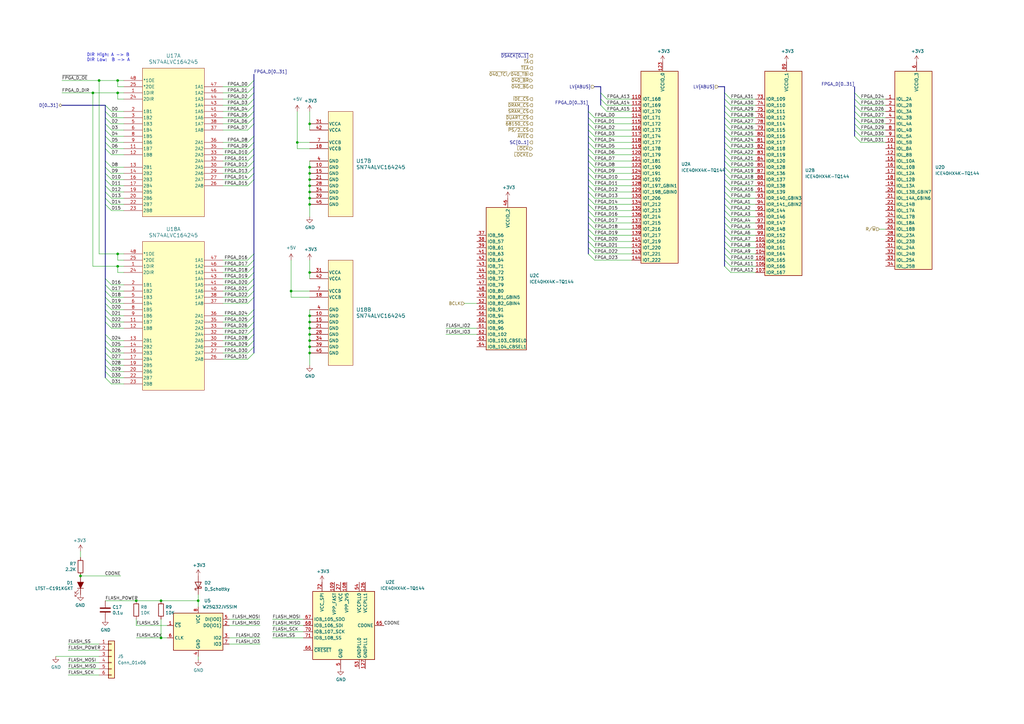
<source format=kicad_sch>
(kicad_sch (version 20230121) (generator eeschema)
  (paper "A3")
  (junction (at 127 144.78))
  (junction (at 127 68.58))
  (junction (at 40.64 33.02))
  (junction (at 127 50.8))
  (junction (at 48.26 104.14))
  (junction (at 127 142.24))
  (junction (at 81.28 246.38))
  (junction (at 127 134.62))
  (junction (at 127 71.12))
  (junction (at 127 139.7))
  (junction (at 127 111.76))
  (junction (at 55.88 246.38))
  (junction (at 127 83.82))
  (junction (at 48.26 33.02))
  (junction (at 33.02 236.22))
  (junction (at 66.04 261.62))
  (junction (at 127 132.08))
  (junction (at 119.38 119.38))
  (junction (at 127 137.16))
  (junction (at 66.04 246.38))
  (junction (at 121.92 58.42))
  (junction (at 127 129.54))
  (junction (at 127 81.28))
  (junction (at 127 76.2))
  (junction (at 48.26 38.1))
  (junction (at 127 78.74))
  (junction (at 48.26 109.22))
  (junction (at 127 73.66))
  (junction (at 38.1 38.1))
  (bus_entry (at 101.6 144.78) (size 2.54 -2.54))
  (bus_entry (at 43.18 124.46) (size 2.54 2.54))
  (bus_entry (at 299.72 81.28) (size -2.54 -2.54))
  (bus_entry (at 43.18 66.04) (size 2.54 2.54))
  (bus_entry (at 243.84 55.88) (size -2.54 -2.54))
  (bus_entry (at 43.18 127) (size 2.54 2.54))
  (bus_entry (at 246.38 38.1) (size 2.54 2.54))
  (bus_entry (at 101.6 114.3) (size 2.54 -2.54))
  (bus_entry (at 299.72 109.22) (size -2.54 -2.54))
  (bus_entry (at 101.6 66.04) (size 2.54 -2.54))
  (bus_entry (at 243.84 104.14) (size -2.54 -2.54))
  (bus_entry (at 101.6 109.22) (size 2.54 -2.54))
  (bus_entry (at 246.38 43.18) (size 2.54 2.54))
  (bus_entry (at 243.84 83.82) (size -2.54 -2.54))
  (bus_entry (at 299.72 86.36) (size -2.54 -2.54))
  (bus_entry (at 353.06 48.26) (size -2.54 -2.54))
  (bus_entry (at 243.84 86.36) (size -2.54 -2.54))
  (bus_entry (at 43.18 48.26) (size 2.54 2.54))
  (bus_entry (at 101.6 68.58) (size 2.54 -2.54))
  (bus_entry (at 101.6 50.8) (size 2.54 -2.54))
  (bus_entry (at 299.72 83.82) (size -2.54 -2.54))
  (bus_entry (at 101.6 124.46) (size 2.54 -2.54))
  (bus_entry (at 243.84 106.68) (size -2.54 -2.54))
  (bus_entry (at 299.72 78.74) (size -2.54 -2.54))
  (bus_entry (at 43.18 76.2) (size 2.54 2.54))
  (bus_entry (at 101.6 129.54) (size 2.54 -2.54))
  (bus_entry (at 299.72 66.04) (size -2.54 -2.54))
  (bus_entry (at 299.72 99.06) (size -2.54 -2.54))
  (bus_entry (at 353.06 53.34) (size -2.54 -2.54))
  (bus_entry (at 243.84 91.44) (size -2.54 -2.54))
  (bus_entry (at 43.18 142.24) (size 2.54 2.54))
  (bus_entry (at 43.18 53.34) (size 2.54 2.54))
  (bus_entry (at 43.18 55.88) (size 2.54 2.54))
  (bus_entry (at 43.18 147.32) (size 2.54 2.54))
  (bus_entry (at 101.6 40.64) (size 2.54 -2.54))
  (bus_entry (at 299.72 48.26) (size -2.54 -2.54))
  (bus_entry (at 299.72 58.42) (size -2.54 -2.54))
  (bus_entry (at 43.18 149.86) (size 2.54 2.54))
  (bus_entry (at 43.18 154.94) (size 2.54 2.54))
  (bus_entry (at 101.6 139.7) (size 2.54 -2.54))
  (bus_entry (at 43.18 71.12) (size 2.54 2.54))
  (bus_entry (at 243.84 93.98) (size -2.54 -2.54))
  (bus_entry (at 299.72 96.52) (size -2.54 -2.54))
  (bus_entry (at 299.72 68.58) (size -2.54 -2.54))
  (bus_entry (at 101.6 48.26) (size 2.54 -2.54))
  (bus_entry (at 353.06 58.42) (size -2.54 -2.54))
  (bus_entry (at 243.84 78.74) (size -2.54 -2.54))
  (bus_entry (at 299.72 91.44) (size -2.54 -2.54))
  (bus_entry (at 101.6 71.12) (size 2.54 -2.54))
  (bus_entry (at 243.84 88.9) (size -2.54 -2.54))
  (bus_entry (at 299.72 43.18) (size -2.54 -2.54))
  (bus_entry (at 353.06 40.64) (size -2.54 -2.54))
  (bus_entry (at 243.84 68.58) (size -2.54 -2.54))
  (bus_entry (at 43.18 43.18) (size 2.54 2.54))
  (bus_entry (at 43.18 60.96) (size 2.54 2.54))
  (bus_entry (at 101.6 45.72) (size 2.54 -2.54))
  (bus_entry (at 101.6 137.16) (size 2.54 -2.54))
  (bus_entry (at 101.6 132.08) (size 2.54 -2.54))
  (bus_entry (at 43.18 50.8) (size 2.54 2.54))
  (bus_entry (at 299.72 104.14) (size -2.54 -2.54))
  (bus_entry (at 299.72 45.72) (size -2.54 -2.54))
  (bus_entry (at 299.72 55.88) (size -2.54 -2.54))
  (bus_entry (at 101.6 73.66) (size 2.54 -2.54))
  (bus_entry (at 101.6 58.42) (size 2.54 -2.54))
  (bus_entry (at 101.6 63.5) (size 2.54 -2.54))
  (bus_entry (at 299.72 93.98) (size -2.54 -2.54))
  (bus_entry (at 243.84 63.5) (size -2.54 -2.54))
  (bus_entry (at 243.84 81.28) (size -2.54 -2.54))
  (bus_entry (at 246.38 40.64) (size 2.54 2.54))
  (bus_entry (at 243.84 73.66) (size -2.54 -2.54))
  (bus_entry (at 43.18 137.16) (size 2.54 2.54))
  (bus_entry (at 101.6 134.62) (size 2.54 -2.54))
  (bus_entry (at 43.18 73.66) (size 2.54 2.54))
  (bus_entry (at 243.84 71.12) (size -2.54 -2.54))
  (bus_entry (at 299.72 53.34) (size -2.54 -2.54))
  (bus_entry (at 43.18 83.82) (size 2.54 2.54))
  (bus_entry (at 299.72 50.8) (size -2.54 -2.54))
  (bus_entry (at 299.72 73.66) (size -2.54 -2.54))
  (bus_entry (at 243.84 76.2) (size -2.54 -2.54))
  (bus_entry (at 43.18 81.28) (size 2.54 2.54))
  (bus_entry (at 101.6 142.24) (size 2.54 -2.54))
  (bus_entry (at 299.72 60.96) (size -2.54 -2.54))
  (bus_entry (at 299.72 76.2) (size -2.54 -2.54))
  (bus_entry (at 243.84 50.8) (size -2.54 -2.54))
  (bus_entry (at 101.6 60.96) (size 2.54 -2.54))
  (bus_entry (at 101.6 121.92) (size 2.54 -2.54))
  (bus_entry (at 43.18 144.78) (size 2.54 2.54))
  (bus_entry (at 101.6 38.1) (size 2.54 -2.54))
  (bus_entry (at 43.18 121.92) (size 2.54 2.54))
  (bus_entry (at 43.18 119.38) (size 2.54 2.54))
  (bus_entry (at 43.18 68.58) (size 2.54 2.54))
  (bus_entry (at 43.18 132.08) (size 2.54 2.54))
  (bus_entry (at 243.84 48.26) (size -2.54 -2.54))
  (bus_entry (at 299.72 40.64) (size -2.54 -2.54))
  (bus_entry (at 101.6 76.2) (size 2.54 -2.54))
  (bus_entry (at 243.84 58.42) (size -2.54 -2.54))
  (bus_entry (at 299.72 63.5) (size -2.54 -2.54))
  (bus_entry (at 299.72 101.6) (size -2.54 -2.54))
  (bus_entry (at 243.84 66.04) (size -2.54 -2.54))
  (bus_entry (at 101.6 116.84) (size 2.54 -2.54))
  (bus_entry (at 243.84 60.96) (size -2.54 -2.54))
  (bus_entry (at 43.18 139.7) (size 2.54 2.54))
  (bus_entry (at 299.72 106.68) (size -2.54 -2.54))
  (bus_entry (at 43.18 58.42) (size 2.54 2.54))
  (bus_entry (at 101.6 147.32) (size 2.54 -2.54))
  (bus_entry (at 353.06 55.88) (size -2.54 -2.54))
  (bus_entry (at 299.72 88.9) (size -2.54 -2.54))
  (bus_entry (at 243.84 53.34) (size -2.54 -2.54))
  (bus_entry (at 101.6 53.34) (size 2.54 -2.54))
  (bus_entry (at 101.6 111.76) (size 2.54 -2.54))
  (bus_entry (at 243.84 101.6) (size -2.54 -2.54))
  (bus_entry (at 353.06 45.72) (size -2.54 -2.54))
  (bus_entry (at 243.84 96.52) (size -2.54 -2.54))
  (bus_entry (at 353.06 43.18) (size -2.54 -2.54))
  (bus_entry (at 43.18 114.3) (size 2.54 2.54))
  (bus_entry (at 101.6 106.68) (size 2.54 -2.54))
  (bus_entry (at 299.72 71.12) (size -2.54 -2.54))
  (bus_entry (at 299.72 111.76) (size -2.54 -2.54))
  (bus_entry (at 353.06 50.8) (size -2.54 -2.54))
  (bus_entry (at 43.18 45.72) (size 2.54 2.54))
  (bus_entry (at 243.84 99.06) (size -2.54 -2.54))
  (bus_entry (at 101.6 43.18) (size 2.54 -2.54))
  (bus_entry (at 43.18 116.84) (size 2.54 2.54))
  (bus_entry (at 101.6 35.56) (size 2.54 -2.54))
  (bus_entry (at 101.6 119.38) (size 2.54 -2.54))
  (bus_entry (at 43.18 129.54) (size 2.54 2.54))
  (bus_entry (at 43.18 78.74) (size 2.54 2.54))
  (bus_entry (at 43.18 152.4) (size 2.54 2.54))
  (wire (pts (xy 66.04 246.38) (xy 81.28 246.38)))
  (wire (pts (xy 363.22 50.8) (xy 353.06 50.8)))
  (wire (pts (xy 309.88 96.52) (xy 299.72 96.52)))
  (wire (pts (xy 22.86 269.24) (xy 40.64 269.24)))
  (wire (pts (xy 91.44 116.84) (xy 101.6 116.84)))
  (bus (pts (xy 241.3 88.9) (xy 241.3 91.44)))
  (wire (pts (xy 45.72 129.54) (xy 50.8 129.54)))
  (wire (pts (xy 121.92 60.96) (xy 127 60.96)))
  (wire (pts (xy 91.44 60.96) (xy 101.6 60.96)))
  (wire (pts (xy 50.8 40.64) (xy 48.26 40.64)))
  (bus (pts (xy 104.14 104.14) (xy 104.14 106.68)))
  (wire (pts (xy 309.88 101.6) (xy 299.72 101.6)))
  (wire (pts (xy 45.72 152.4) (xy 50.8 152.4)))
  (wire (pts (xy 93.98 261.62) (xy 106.68 261.62)))
  (bus (pts (xy 297.18 93.98) (xy 297.18 96.52)))
  (wire (pts (xy 243.84 68.58) (xy 259.08 68.58)))
  (wire (pts (xy 119.38 106.68) (xy 119.38 119.38)))
  (bus (pts (xy 104.14 33.02) (xy 104.14 35.56)))
  (wire (pts (xy 45.72 119.38) (xy 50.8 119.38)))
  (bus (pts (xy 241.3 78.74) (xy 241.3 81.28)))
  (bus (pts (xy 241.3 96.52) (xy 241.3 99.06)))
  (wire (pts (xy 127 71.12) (xy 127 73.66)))
  (bus (pts (xy 104.14 134.62) (xy 104.14 137.16)))
  (wire (pts (xy 91.44 76.2) (xy 101.6 76.2)))
  (bus (pts (xy 104.14 106.68) (xy 104.14 109.22)))
  (wire (pts (xy 45.72 83.82) (xy 50.8 83.82)))
  (wire (pts (xy 243.84 78.74) (xy 259.08 78.74)))
  (bus (pts (xy 297.18 73.66) (xy 297.18 76.2)))
  (wire (pts (xy 48.26 111.76) (xy 48.26 109.22)))
  (wire (pts (xy 309.88 109.22) (xy 299.72 109.22)))
  (bus (pts (xy 104.14 129.54) (xy 104.14 132.08)))
  (wire (pts (xy 309.88 43.18) (xy 299.72 43.18)))
  (wire (pts (xy 91.44 71.12) (xy 101.6 71.12)))
  (bus (pts (xy 43.18 114.3) (xy 43.18 116.84)))
  (wire (pts (xy 127 142.24) (xy 127 144.78)))
  (wire (pts (xy 91.44 50.8) (xy 101.6 50.8)))
  (bus (pts (xy 297.18 43.18) (xy 297.18 45.72)))
  (bus (pts (xy 241.3 101.6) (xy 241.3 104.14)))
  (wire (pts (xy 243.84 60.96) (xy 259.08 60.96)))
  (bus (pts (xy 297.18 81.28) (xy 297.18 83.82)))
  (wire (pts (xy 127 134.62) (xy 127 137.16)))
  (wire (pts (xy 243.84 73.66) (xy 259.08 73.66)))
  (bus (pts (xy 104.14 109.22) (xy 104.14 111.76)))
  (wire (pts (xy 40.64 274.32) (xy 27.94 274.32)))
  (wire (pts (xy 363.22 40.64) (xy 353.06 40.64)))
  (wire (pts (xy 309.88 93.98) (xy 299.72 93.98)))
  (bus (pts (xy 104.14 60.96) (xy 104.14 63.5)))
  (bus (pts (xy 297.18 35.56) (xy 297.18 38.1)))
  (wire (pts (xy 243.84 88.9) (xy 259.08 88.9)))
  (wire (pts (xy 48.26 33.02) (xy 50.8 33.02)))
  (wire (pts (xy 243.84 63.5) (xy 259.08 63.5)))
  (wire (pts (xy 309.88 99.06) (xy 299.72 99.06)))
  (wire (pts (xy 91.44 35.56) (xy 101.6 35.56)))
  (wire (pts (xy 55.88 254) (xy 55.88 256.54)))
  (wire (pts (xy 309.88 63.5) (xy 299.72 63.5)))
  (bus (pts (xy 43.18 45.72) (xy 43.18 48.26)))
  (bus (pts (xy 297.18 76.2) (xy 297.18 78.74)))
  (bus (pts (xy 104.14 66.04) (xy 104.14 68.58)))
  (wire (pts (xy 45.72 78.74) (xy 50.8 78.74)))
  (bus (pts (xy 241.3 86.36) (xy 241.3 88.9)))
  (bus (pts (xy 104.14 68.58) (xy 104.14 71.12)))
  (wire (pts (xy 309.88 104.14) (xy 299.72 104.14)))
  (bus (pts (xy 241.3 53.34) (xy 241.3 55.88)))
  (wire (pts (xy 91.44 144.78) (xy 101.6 144.78)))
  (wire (pts (xy 50.8 109.22) (xy 48.26 109.22)))
  (wire (pts (xy 243.84 91.44) (xy 259.08 91.44)))
  (wire (pts (xy 243.84 83.82) (xy 259.08 83.82)))
  (wire (pts (xy 91.44 147.32) (xy 101.6 147.32)))
  (wire (pts (xy 91.44 111.76) (xy 101.6 111.76)))
  (bus (pts (xy 43.18 43.18) (xy 43.18 45.72)))
  (bus (pts (xy 297.18 71.12) (xy 297.18 73.66)))
  (bus (pts (xy 43.18 50.8) (xy 43.18 53.34)))
  (wire (pts (xy 309.88 91.44) (xy 299.72 91.44)))
  (wire (pts (xy 121.92 45.72) (xy 121.92 58.42)))
  (bus (pts (xy 43.18 81.28) (xy 43.18 83.82)))
  (wire (pts (xy 48.26 35.56) (xy 48.26 33.02)))
  (bus (pts (xy 43.18 116.84) (xy 43.18 119.38)))
  (wire (pts (xy 91.44 132.08) (xy 101.6 132.08)))
  (bus (pts (xy 43.18 127) (xy 43.18 129.54)))
  (bus (pts (xy 43.18 149.86) (xy 43.18 152.4)))
  (bus (pts (xy 43.18 129.54) (xy 43.18 132.08)))
  (bus (pts (xy 297.18 83.82) (xy 297.18 86.36)))
  (wire (pts (xy 49.53 236.22) (xy 33.02 236.22)))
  (wire (pts (xy 309.88 106.68) (xy 299.72 106.68)))
  (wire (pts (xy 127 73.66) (xy 127 76.2)))
  (bus (pts (xy 43.18 68.58) (xy 43.18 71.12)))
  (wire (pts (xy 45.72 144.78) (xy 50.8 144.78)))
  (wire (pts (xy 363.22 48.26) (xy 353.06 48.26)))
  (wire (pts (xy 91.44 58.42) (xy 101.6 58.42)))
  (wire (pts (xy 124.46 261.62) (xy 111.76 261.62)))
  (wire (pts (xy 309.88 60.96) (xy 299.72 60.96)))
  (wire (pts (xy 127 45.72) (xy 127 50.8)))
  (wire (pts (xy 93.98 256.54) (xy 106.68 256.54)))
  (bus (pts (xy 104.14 35.56) (xy 104.14 38.1)))
  (wire (pts (xy 309.88 40.64) (xy 299.72 40.64)))
  (bus (pts (xy 350.52 38.1) (xy 350.52 40.64)))
  (bus (pts (xy 297.18 88.9) (xy 297.18 91.44)))
  (wire (pts (xy 45.72 60.96) (xy 50.8 60.96)))
  (bus (pts (xy 297.18 50.8) (xy 297.18 53.34)))
  (bus (pts (xy 297.18 91.44) (xy 297.18 93.98)))
  (bus (pts (xy 104.14 139.7) (xy 104.14 142.24)))
  (wire (pts (xy 48.26 106.68) (xy 48.26 104.14)))
  (bus (pts (xy 350.52 48.26) (xy 350.52 50.8)))
  (wire (pts (xy 127 81.28) (xy 127 83.82)))
  (wire (pts (xy 93.98 254) (xy 106.68 254)))
  (wire (pts (xy 45.72 48.26) (xy 50.8 48.26)))
  (wire (pts (xy 127 66.04) (xy 127 68.58)))
  (bus (pts (xy 104.14 121.92) (xy 104.14 127)))
  (wire (pts (xy 91.44 106.68) (xy 101.6 106.68)))
  (bus (pts (xy 43.18 55.88) (xy 43.18 58.42)))
  (wire (pts (xy 243.84 93.98) (xy 259.08 93.98)))
  (bus (pts (xy 241.3 93.98) (xy 241.3 96.52)))
  (bus (pts (xy 297.18 86.36) (xy 297.18 88.9)))
  (wire (pts (xy 243.84 71.12) (xy 259.08 71.12)))
  (wire (pts (xy 45.72 121.92) (xy 50.8 121.92)))
  (bus (pts (xy 104.14 45.72) (xy 104.14 48.26)))
  (wire (pts (xy 91.44 53.34) (xy 101.6 53.34)))
  (bus (pts (xy 104.14 132.08) (xy 104.14 134.62)))
  (bus (pts (xy 241.3 83.82) (xy 241.3 86.36)))
  (bus (pts (xy 104.14 127) (xy 104.14 129.54)))
  (bus (pts (xy 43.18 83.82) (xy 43.18 114.3)))
  (wire (pts (xy 40.64 271.78) (xy 27.94 271.78)))
  (wire (pts (xy 91.44 43.18) (xy 101.6 43.18)))
  (bus (pts (xy 43.18 139.7) (xy 43.18 142.24)))
  (bus (pts (xy 350.52 40.64) (xy 350.52 43.18)))
  (bus (pts (xy 104.14 50.8) (xy 104.14 55.88)))
  (bus (pts (xy 43.18 76.2) (xy 43.18 78.74)))
  (wire (pts (xy 38.1 38.1) (xy 48.26 38.1)))
  (bus (pts (xy 297.18 106.68) (xy 297.18 109.22)))
  (wire (pts (xy 45.72 139.7) (xy 50.8 139.7)))
  (bus (pts (xy 297.18 99.06) (xy 297.18 101.6)))
  (wire (pts (xy 121.92 58.42) (xy 121.92 60.96)))
  (bus (pts (xy 43.18 119.38) (xy 43.18 121.92)))
  (wire (pts (xy 259.08 40.64) (xy 248.92 40.64)))
  (wire (pts (xy 91.44 109.22) (xy 101.6 109.22)))
  (bus (pts (xy 43.18 152.4) (xy 43.18 154.94)))
  (bus (pts (xy 43.18 137.16) (xy 43.18 139.7)))
  (wire (pts (xy 309.88 78.74) (xy 299.72 78.74)))
  (bus (pts (xy 241.3 91.44) (xy 241.3 93.98)))
  (wire (pts (xy 45.72 71.12) (xy 50.8 71.12)))
  (bus (pts (xy 297.18 38.1) (xy 297.18 40.64)))
  (wire (pts (xy 91.44 66.04) (xy 101.6 66.04)))
  (wire (pts (xy 243.84 48.26) (xy 259.08 48.26)))
  (wire (pts (xy 195.58 134.62) (xy 182.88 134.62)))
  (wire (pts (xy 81.28 246.38) (xy 81.28 248.92)))
  (wire (pts (xy 91.44 139.7) (xy 101.6 139.7)))
  (wire (pts (xy 309.88 58.42) (xy 299.72 58.42)))
  (wire (pts (xy 50.8 35.56) (xy 48.26 35.56)))
  (bus (pts (xy 243.84 35.56) (xy 246.38 35.56)))
  (wire (pts (xy 45.72 55.88) (xy 50.8 55.88)))
  (wire (pts (xy 68.58 261.62) (xy 66.04 261.62)))
  (bus (pts (xy 297.18 55.88) (xy 297.18 58.42)))
  (bus (pts (xy 246.38 40.64) (xy 246.38 43.18)))
  (wire (pts (xy 127 83.82) (xy 127 88.9)))
  (wire (pts (xy 40.64 33.02) (xy 40.64 104.14)))
  (wire (pts (xy 91.44 38.1) (xy 101.6 38.1)))
  (wire (pts (xy 81.28 243.84) (xy 81.28 246.38)))
  (bus (pts (xy 246.38 35.56) (xy 246.38 38.1)))
  (wire (pts (xy 363.22 43.18) (xy 353.06 43.18)))
  (wire (pts (xy 309.88 88.9) (xy 299.72 88.9)))
  (wire (pts (xy 45.72 147.32) (xy 50.8 147.32)))
  (wire (pts (xy 309.88 83.82) (xy 299.72 83.82)))
  (bus (pts (xy 246.38 38.1) (xy 246.38 40.64)))
  (wire (pts (xy 45.72 116.84) (xy 50.8 116.84)))
  (wire (pts (xy 243.84 81.28) (xy 259.08 81.28)))
  (wire (pts (xy 33.02 228.6) (xy 33.02 226.06)))
  (bus (pts (xy 104.14 137.16) (xy 104.14 139.7)))
  (wire (pts (xy 91.44 63.5) (xy 101.6 63.5)))
  (bus (pts (xy 241.3 55.88) (xy 241.3 58.42)))
  (bus (pts (xy 43.18 73.66) (xy 43.18 76.2)))
  (bus (pts (xy 297.18 104.14) (xy 297.18 106.68)))
  (wire (pts (xy 91.44 68.58) (xy 101.6 68.58)))
  (wire (pts (xy 243.84 53.34) (xy 259.08 53.34)))
  (wire (pts (xy 45.72 68.58) (xy 50.8 68.58)))
  (bus (pts (xy 43.18 48.26) (xy 43.18 50.8)))
  (wire (pts (xy 91.44 142.24) (xy 101.6 142.24)))
  (wire (pts (xy 309.88 66.04) (xy 299.72 66.04)))
  (bus (pts (xy 241.3 60.96) (xy 241.3 63.5)))
  (bus (pts (xy 104.14 30.48) (xy 104.14 33.02)))
  (wire (pts (xy 43.18 246.38) (xy 55.88 246.38)))
  (bus (pts (xy 104.14 71.12) (xy 104.14 73.66)))
  (wire (pts (xy 309.88 50.8) (xy 299.72 50.8)))
  (wire (pts (xy 127 78.74) (xy 127 81.28)))
  (wire (pts (xy 81.28 269.24) (xy 81.28 270.51)))
  (wire (pts (xy 91.44 129.54) (xy 101.6 129.54)))
  (bus (pts (xy 350.52 50.8) (xy 350.52 53.34)))
  (wire (pts (xy 124.46 259.08) (xy 111.76 259.08)))
  (wire (pts (xy 45.72 50.8) (xy 50.8 50.8)))
  (bus (pts (xy 297.18 58.42) (xy 297.18 60.96)))
  (wire (pts (xy 45.72 53.34) (xy 50.8 53.34)))
  (wire (pts (xy 25.4 33.02) (xy 40.64 33.02)))
  (bus (pts (xy 25.4 43.18) (xy 43.18 43.18)))
  (wire (pts (xy 121.92 58.42) (xy 127 58.42)))
  (bus (pts (xy 43.18 121.92) (xy 43.18 124.46)))
  (wire (pts (xy 91.44 119.38) (xy 101.6 119.38)))
  (wire (pts (xy 66.04 261.62) (xy 55.88 261.62)))
  (bus (pts (xy 241.3 50.8) (xy 241.3 53.34)))
  (bus (pts (xy 104.14 142.24) (xy 104.14 144.78)))
  (wire (pts (xy 48.26 104.14) (xy 40.64 104.14)))
  (wire (pts (xy 309.88 71.12) (xy 299.72 71.12)))
  (wire (pts (xy 127 76.2) (xy 127 78.74)))
  (wire (pts (xy 27.94 276.86) (xy 40.64 276.86)))
  (wire (pts (xy 48.26 40.64) (xy 48.26 38.1)))
  (bus (pts (xy 241.3 81.28) (xy 241.3 83.82)))
  (bus (pts (xy 104.14 116.84) (xy 104.14 119.38)))
  (bus (pts (xy 43.18 124.46) (xy 43.18 127)))
  (bus (pts (xy 241.3 68.58) (xy 241.3 71.12)))
  (wire (pts (xy 45.72 73.66) (xy 50.8 73.66)))
  (bus (pts (xy 104.14 55.88) (xy 104.14 58.42)))
  (wire (pts (xy 91.44 73.66) (xy 101.6 73.66)))
  (wire (pts (xy 45.72 81.28) (xy 50.8 81.28)))
  (wire (pts (xy 40.64 264.16) (xy 27.94 264.16)))
  (wire (pts (xy 127 139.7) (xy 127 142.24)))
  (bus (pts (xy 297.18 68.58) (xy 297.18 71.12)))
  (wire (pts (xy 363.22 58.42) (xy 353.06 58.42)))
  (wire (pts (xy 45.72 149.86) (xy 50.8 149.86)))
  (bus (pts (xy 241.3 63.5) (xy 241.3 66.04)))
  (bus (pts (xy 241.3 66.04) (xy 241.3 68.58)))
  (bus (pts (xy 43.18 58.42) (xy 43.18 60.96)))
  (bus (pts (xy 43.18 53.34) (xy 43.18 55.88)))
  (wire (pts (xy 93.98 264.16) (xy 106.68 264.16)))
  (wire (pts (xy 309.88 86.36) (xy 299.72 86.36)))
  (bus (pts (xy 43.18 132.08) (xy 43.18 137.16)))
  (bus (pts (xy 297.18 78.74) (xy 297.18 81.28)))
  (bus (pts (xy 241.3 45.72) (xy 241.3 48.26)))
  (wire (pts (xy 195.58 137.16) (xy 182.88 137.16)))
  (wire (pts (xy 91.44 134.62) (xy 101.6 134.62)))
  (bus (pts (xy 241.3 43.18) (xy 241.3 45.72)))
  (wire (pts (xy 243.84 106.68) (xy 259.08 106.68)))
  (wire (pts (xy 45.72 124.46) (xy 50.8 124.46)))
  (wire (pts (xy 45.72 132.08) (xy 50.8 132.08)))
  (wire (pts (xy 45.72 58.42) (xy 50.8 58.42)))
  (wire (pts (xy 243.84 58.42) (xy 259.08 58.42)))
  (wire (pts (xy 243.84 50.8) (xy 259.08 50.8)))
  (wire (pts (xy 38.1 109.22) (xy 38.1 38.1)))
  (wire (pts (xy 55.88 246.38) (xy 66.04 246.38)))
  (wire (pts (xy 243.84 55.88) (xy 259.08 55.88)))
  (wire (pts (xy 259.08 45.72) (xy 248.92 45.72)))
  (bus (pts (xy 104.14 43.18) (xy 104.14 45.72)))
  (wire (pts (xy 45.72 154.94) (xy 50.8 154.94)))
  (bus (pts (xy 294.64 35.56) (xy 297.18 35.56)))
  (bus (pts (xy 350.52 43.18) (xy 350.52 45.72)))
  (wire (pts (xy 243.84 101.6) (xy 259.08 101.6)))
  (wire (pts (xy 25.4 38.1) (xy 38.1 38.1)))
  (wire (pts (xy 45.72 134.62) (xy 50.8 134.62)))
  (bus (pts (xy 350.52 35.56) (xy 350.52 38.1)))
  (bus (pts (xy 104.14 38.1) (xy 104.14 40.64)))
  (wire (pts (xy 91.44 124.46) (xy 101.6 124.46)))
  (wire (pts (xy 243.84 76.2) (xy 259.08 76.2)))
  (wire (pts (xy 127 68.58) (xy 127 71.12)))
  (bus (pts (xy 43.18 147.32) (xy 43.18 149.86)))
  (wire (pts (xy 50.8 106.68) (xy 48.26 106.68)))
  (wire (pts (xy 119.38 119.38) (xy 119.38 121.92)))
  (wire (pts (xy 243.84 96.52) (xy 259.08 96.52)))
  (bus (pts (xy 241.3 76.2) (xy 241.3 78.74)))
  (wire (pts (xy 91.44 40.64) (xy 101.6 40.64)))
  (wire (pts (xy 48.26 38.1) (xy 50.8 38.1)))
  (bus (pts (xy 241.3 48.26) (xy 241.3 50.8)))
  (bus (pts (xy 43.18 60.96) (xy 43.18 66.04)))
  (wire (pts (xy 45.72 76.2) (xy 50.8 76.2)))
  (wire (pts (xy 91.44 137.16) (xy 101.6 137.16)))
  (wire (pts (xy 309.88 111.76) (xy 299.72 111.76)))
  (wire (pts (xy 243.84 99.06) (xy 259.08 99.06)))
  (bus (pts (xy 104.14 111.76) (xy 104.14 114.3)))
  (bus (pts (xy 350.52 53.34) (xy 350.52 55.88)))
  (wire (pts (xy 243.84 86.36) (xy 259.08 86.36)))
  (wire (pts (xy 45.72 86.36) (xy 50.8 86.36)))
  (bus (pts (xy 43.18 66.04) (xy 43.18 68.58)))
  (wire (pts (xy 127 127) (xy 127 129.54)))
  (wire (pts (xy 363.22 55.88) (xy 353.06 55.88)))
  (wire (pts (xy 45.72 45.72) (xy 50.8 45.72)))
  (wire (pts (xy 40.64 33.02) (xy 48.26 33.02)))
  (wire (pts (xy 91.44 48.26) (xy 101.6 48.26)))
  (wire (pts (xy 309.88 81.28) (xy 299.72 81.28)))
  (bus (pts (xy 104.14 114.3) (xy 104.14 116.84)))
  (bus (pts (xy 241.3 71.12) (xy 241.3 73.66)))
  (wire (pts (xy 309.88 45.72) (xy 299.72 45.72)))
  (bus (pts (xy 104.14 119.38) (xy 104.14 121.92)))
  (bus (pts (xy 43.18 144.78) (xy 43.18 147.32)))
  (wire (pts (xy 190.5 124.46) (xy 195.58 124.46)))
  (bus (pts (xy 297.18 60.96) (xy 297.18 63.5)))
  (bus (pts (xy 241.3 99.06) (xy 241.3 101.6)))
  (bus (pts (xy 297.18 40.64) (xy 297.18 43.18)))
  (wire (pts (xy 27.94 266.7) (xy 40.64 266.7)))
  (wire (pts (xy 127 132.08) (xy 127 134.62)))
  (bus (pts (xy 43.18 78.74) (xy 43.18 81.28)))
  (wire (pts (xy 127 144.78) (xy 127 149.86)))
  (wire (pts (xy 127 111.76) (xy 127 114.3)))
  (wire (pts (xy 309.88 73.66) (xy 299.72 73.66)))
  (wire (pts (xy 91.44 114.3) (xy 101.6 114.3)))
  (bus (pts (xy 241.3 73.66) (xy 241.3 76.2)))
  (wire (pts (xy 124.46 256.54) (xy 111.76 256.54)))
  (wire (pts (xy 124.46 254) (xy 111.76 254)))
  (wire (pts (xy 127 106.68) (xy 127 111.76)))
  (wire (pts (xy 363.22 53.34) (xy 353.06 53.34)))
  (wire (pts (xy 119.38 119.38) (xy 127 119.38)))
  (wire (pts (xy 127 129.54) (xy 127 132.08)))
  (bus (pts (xy 104.14 73.66) (xy 104.14 104.14)))
  (bus (pts (xy 241.3 58.42) (xy 241.3 60.96)))
  (wire (pts (xy 363.22 45.72) (xy 353.06 45.72)))
  (bus (pts (xy 104.14 58.42) (xy 104.14 60.96)))
  (wire (pts (xy 119.38 121.92) (xy 127 121.92)))
  (wire (pts (xy 309.88 53.34) (xy 299.72 53.34)))
  (wire (pts (xy 48.26 109.22) (xy 38.1 109.22)))
  (wire (pts (xy 45.72 63.5) (xy 50.8 63.5)))
  (wire (pts (xy 309.88 76.2) (xy 299.72 76.2)))
  (bus (pts (xy 297.18 45.72) (xy 297.18 48.26)))
  (wire (pts (xy 309.88 48.26) (xy 299.72 48.26)))
  (bus (pts (xy 104.14 48.26) (xy 104.14 50.8)))
  (wire (pts (xy 360.68 93.98) (xy 363.22 93.98)))
  (wire (pts (xy 243.84 66.04) (xy 259.08 66.04)))
  (wire (pts (xy 309.88 55.88) (xy 299.72 55.88)))
  (wire (pts (xy 127 50.8) (xy 127 53.34)))
  (wire (pts (xy 45.72 157.48) (xy 50.8 157.48)))
  (wire (pts (xy 45.72 142.24) (xy 50.8 142.24)))
  (bus (pts (xy 43.18 71.12) (xy 43.18 73.66)))
  (wire (pts (xy 66.04 254) (xy 66.04 261.62)))
  (wire (pts (xy 91.44 45.72) (xy 101.6 45.72)))
  (wire (pts (xy 243.84 104.14) (xy 259.08 104.14)))
  (bus (pts (xy 104.14 40.64) (xy 104.14 43.18)))
  (wire (pts (xy 127 137.16) (xy 127 139.7)))
  (wire (pts (xy 68.58 256.54) (xy 55.88 256.54)))
  (bus (pts (xy 297.18 96.52) (xy 297.18 99.06)))
  (bus (pts (xy 297.18 66.04) (xy 297.18 68.58)))
  (wire (pts (xy 50.8 111.76) (xy 48.26 111.76)))
  (bus (pts (xy 297.18 48.26) (xy 297.18 50.8)))
  (bus (pts (xy 43.18 142.24) (xy 43.18 144.78)))
  (bus (pts (xy 350.52 45.72) (xy 350.52 48.26)))
  (bus (pts (xy 297.18 63.5) (xy 297.18 66.04)))
  (wire (pts (xy 91.44 121.92) (xy 101.6 121.92)))
  (wire (pts (xy 50.8 104.14) (xy 48.26 104.14)))
  (wire (pts (xy 309.88 68.58) (xy 299.72 68.58)))
  (bus (pts (xy 297.18 101.6) (xy 297.18 104.14)))
  (bus (pts (xy 297.18 53.34) (xy 297.18 55.88)))
  (wire (pts (xy 45.72 127) (xy 50.8 127)))
  (wire (pts (xy 259.08 43.18) (xy 248.92 43.18)))
  (bus (pts (xy 104.14 63.5) (xy 104.14 66.04)))
  (text "DIR High: A -> B\nDIR Low:  B -> A" (at 35.56 25.4 0) (effects (font (size 1.27 1.27)) (justify left bottom)))
  (label "FPGA_D7" (at 243.84 66.04 0))
  (label "D15" (at 45.72 86.36 0))
  (label "D4" (at 45.72 55.88 0))
  (label "FPGA_D27" (at 353.06 48.26 0))
  (label "FPGA_D5" (at 243.84 60.96 0))
  (label "FPGA_D25" (at 101.6 132.08 180))
  (label "FPGA_D20" (at 101.6 116.84 180))
  (label "FLASH_IO2" (at 182.88 134.62 0))
  (label "FPGA_D11" (at 243.84 76.2 0))
  (label "FPGA_D12" (at 243.84 78.74 0))
  (label "FPGA_D15" (at 101.6 76.2 180))
  (label "FPGA_A26" (at 299.72 53.34 0))
  (label "FPGA_D23" (at 101.6 124.46 180))
  (label "FPGA_D30" (at 101.6 144.78 180))
  (label "D12" (at 45.72 78.74 0))
  (label "FPGA_D2" (at 243.84 53.34 0))
  (label "FPGA_A15" (at 248.92 45.72 0))
  (label "FPGA_A28" (at 299.72 48.26 0))
  (label "FLASH_MOSI" (at 111.76 254 0))
  (label "FPGA_D20" (at 243.84 99.06 0))
  (label "D30" (at 45.72 154.94 0))
  (label "FPGA_D14" (at 243.84 83.82 0))
  (label "FPGA_D11" (at 101.6 66.04 180))
  (label "FPGA_D3" (at 243.84 55.88 0))
  (label "FPGA_D17" (at 101.6 109.22 180))
  (label "FLASH_MISO" (at 27.94 274.32 0))
  (label "FPGA_A23" (at 299.72 60.96 0))
  (label "FLASH_SS" (at 55.88 256.54 0))
  (label "FPGA_D12" (at 101.6 68.58 180))
  (label "D22" (at 45.72 132.08 0))
  (label "FLASH_MOSI" (at 27.94 271.78 0))
  (label "FPGA_D10" (at 243.84 73.66 0))
  (label "FPGA_A24" (at 299.72 58.42 0))
  (label "FPGA_A10" (at 299.72 106.68 0))
  (label "FPGA_D6" (at 243.84 63.5 0))
  (label "D6" (at 45.72 60.96 0))
  (label "D24" (at 45.72 139.7 0))
  (label "FPGA_A3" (at 299.72 88.9 0))
  (label "FPGA_D28" (at 101.6 139.7 180))
  (label "FPGA_A9" (at 299.72 104.14 0))
  (label "FPGA_D24" (at 353.06 40.64 0))
  (label "FPGA_D18" (at 243.84 93.98 0))
  (label "FPGA_A22" (at 299.72 63.5 0))
  (label "D10" (at 45.72 73.66 0))
  (label "FPGA_D21" (at 101.6 119.38 180))
  (label "D26" (at 45.72 144.78 0))
  (label "FPGA_D4" (at 243.84 58.42 0))
  (label "FPGA_D1" (at 101.6 38.1 180))
  (label "D9" (at 45.72 71.12 0))
  (label "D19" (at 45.72 124.46 0))
  (label "FPGA_D27" (at 101.6 137.16 180))
  (label "FPGA_D2" (at 101.6 40.64 180))
  (label "D27" (at 45.72 147.32 0))
  (label "FPGA_A14" (at 248.92 43.18 0))
  (label "FPGA_A31" (at 299.72 40.64 0))
  (label "FPGA_D19" (at 101.6 114.3 180))
  (label "FPGA_D[0..31]" (at 350.52 35.56 180))
  (label "D5" (at 45.72 58.42 0))
  (label "FPGA_D7" (at 101.6 53.34 180))
  (label "FPGA_D25" (at 353.06 43.18 0))
  (label "FPGA_A25" (at 299.72 55.88 0))
  (label "D0" (at 45.72 45.72 0))
  (label "CDONE" (at 49.53 236.22 180))
  (label "FPGA_A16" (at 299.72 78.74 0))
  (label "D21" (at 45.72 129.54 0))
  (label "D1" (at 45.72 48.26 0))
  (label "FPGA_D24" (at 101.6 129.54 180))
  (label "FPGA_A27" (at 299.72 50.8 0))
  (label "FPGA_A21" (at 299.72 66.04 0))
  (label "FPGA_A12" (at 299.72 111.76 0))
  (label "FPGA_D8" (at 243.84 68.58 0))
  (label "FPGA_D28" (at 353.06 50.8 0))
  (label "D28" (at 45.72 149.86 0))
  (label "FPGA_A17" (at 299.72 76.2 0))
  (label "FPGA_D23" (at 243.84 106.68 0))
  (label "FPGA_D6" (at 101.6 50.8 180))
  (label "D14" (at 45.72 83.82 0))
  (label "FPGA_A2" (at 299.72 86.36 0))
  (label "D7" (at 45.72 63.5 0))
  (label "D3" (at 45.72 53.34 0))
  (label "FPGA_A30" (at 299.72 43.18 0))
  (label "D31" (at 45.72 157.48 0))
  (label "FLASH_MOSI" (at 106.68 254 180))
  (label "D18" (at 45.72 121.92 0))
  (label "FPGA_D13" (at 243.84 81.28 0))
  (label "D13" (at 45.72 81.28 0))
  (label "FPGA_A29" (at 299.72 45.72 0))
  (label "FPGA_D29" (at 101.6 142.24 180))
  (label "FPGA_D[0..31]" (at 104.14 30.48 0))
  (label "D2" (at 45.72 50.8 0))
  (label "FPGA_D21" (at 243.84 101.6 0))
  (label "FPGA_D5" (at 101.6 48.26 180))
  (label "FLASH_SS" (at 111.76 261.62 0))
  (label "FLASH_POWER" (at 43.18 246.38 0))
  (label "D29" (at 45.72 152.4 0))
  (label "FPGA_A5" (at 299.72 93.98 0))
  (label "FLASH_MISO" (at 111.76 256.54 0))
  (label "FPGA_D[0..31]" (at 241.3 43.18 180))
  (label "FPGA_D26" (at 101.6 134.62 180))
  (label "FLASH_SCK" (at 111.76 259.08 0))
  (label "FPGA_D16" (at 101.6 106.68 180))
  (label "FPGA_D19" (at 243.84 96.52 0))
  (label "FPGA_A8" (at 299.72 101.6 0))
  (label "D20" (at 45.72 127 0))
  (label "FPGA_D0" (at 243.84 48.26 0))
  (label "FPGA_A0" (at 299.72 81.28 0))
  (label "D23" (at 45.72 134.62 0))
  (label "FPGA_A18" (at 299.72 73.66 0))
  (label "FPGA_A11" (at 299.72 109.22 0))
  (label "FPGA_D31" (at 353.06 58.42 0))
  (label "D11" (at 45.72 76.2 0))
  (label "FPGA_D9" (at 243.84 71.12 0))
  (label "FPGA_D14" (at 101.6 73.66 180))
  (label "FPGA_D17" (at 243.84 91.44 0))
  (label "FLASH_IO3" (at 106.68 264.16 180))
  (label "FLASH_SCK" (at 55.88 261.62 0))
  (label "FPGA_D22" (at 243.84 104.14 0))
  (label "FLASH_IO3" (at 182.88 137.16 0))
  (label "FPGA_D_DIR" (at 25.4 38.1 0))
  (label "FPGA_D3" (at 101.6 43.18 180))
  (label "FPGA_D9" (at 101.6 60.96 180))
  (label "FPGA_D29" (at 353.06 53.34 0))
  (label "D16" (at 45.72 116.84 0))
  (label "FPGA_D8" (at 101.6 58.42 180))
  (label "FLASH_IO2" (at 106.68 261.62 180))
  (label "FLASH_SCK" (at 27.94 276.86 0))
  (label "FPGA_D22" (at 101.6 121.92 180))
  (label "D8" (at 45.72 68.58 0))
  (label "FPGA_A20" (at 299.72 68.58 0))
  (label "FPGA_D13" (at 101.6 71.12 180))
  (label "FPGA_D4" (at 101.6 45.72 180))
  (label "FPGA_A4" (at 299.72 91.44 0))
  (label "FPGA_D16" (at 243.84 88.9 0))
  (label "FPGA_D10" (at 101.6 63.5 180))
  (label "CDONE" (at 157.48 256.54 0))
  (label "FPGA_A13" (at 248.92 40.64 0))
  (label "FPGA_D26" (at 353.06 45.72 0))
  (label "D25" (at 45.72 142.24 0))
  (label "D17" (at 45.72 119.38 0))
  (label "FPGA_D1" (at 243.84 50.8 0))
  (label "FPGA_D0" (at 101.6 35.56 180))
  (label "FLASH_MISO" (at 106.68 256.54 180))
  (label "FLASH_SS" (at 27.94 264.16 0))
  (label "FPGA_A1" (at 299.72 83.82 0))
  (label "FPGA_D31" (at 101.6 147.32 180))
  (label "FPGA_D18" (at 101.6 111.76 180))
  (label "FPGA_A19" (at 299.72 71.12 0))
  (label "FLASH_POWER" (at 27.94 266.7 0))
  (label "~{FPGA_D_OE}" (at 25.4 33.02 0))
  (label "FPGA_A6" (at 299.72 96.52 0))
  (label "FPGA_A7" (at 299.72 99.06 0))
  (label "FPGA_D15" (at 243.84 86.36 0))
  (label "FPGA_D30" (at 353.06 55.88 0))
  (hierarchical_label "~{68150_CS}" (shape output) (at 218.44 50.8 180))
  (hierarchical_label "~{DSACK[0..1]}" (shape output) (at 218.44 22.86 180))
  (hierarchical_label "LV{ABUS}" (shape input) (at 243.84 35.56 180))
  (hierarchical_label "~{AVEC}" (shape output) (at 218.44 55.88 180))
  (hierarchical_label "~{TEA}" (shape output) (at 218.44 27.94 180))
  (hierarchical_label "~{040_BG}" (shape output) (at 218.44 35.56 180))
  (hierarchical_label "R{slash}~{W}" (shape input) (at 360.68 93.98 180))
  (hierarchical_label "~{PS{slash}2_CS}" (shape output) (at 218.44 53.34 180))
  (hierarchical_label "~{DRAM_CS}" (shape output) (at 218.44 43.18 180))
  (hierarchical_label "~{LOCKE}" (shape input) (at 218.44 63.5 180))
  (hierarchical_label "~{040_BR}" (shape input) (at 218.44 33.02 180))
  (hierarchical_label "~{IDE_CS}" (shape output) (at 218.44 40.64 180))
  (hierarchical_label "LV{ABUS}" (shape input) (at 294.64 35.56 180))
  (hierarchical_label "~{040_TCI}{slash}~{040_TBI}" (shape output) (at 218.44 30.48 180))
  (hierarchical_label "~{SRAM_CS}" (shape output) (at 218.44 45.72 180))
  (hierarchical_label "~{TA}" (shape output) (at 218.44 25.4 180))
  (hierarchical_label "BCLK" (shape input) (at 190.5 124.46 180))
  (hierarchical_label "~{DUART_CS}" (shape output) (at 218.44 48.26 180))
  (hierarchical_label "SC[0..1]" (shape output) (at 218.44 58.42 180))
  (hierarchical_label "D[0..31]" (shape bidirectional) (at 25.4 43.18 180))
  (hierarchical_label "~{LOCK}" (shape input) (at 218.44 60.96 180))
  (symbol (lib_id "UPduino_v3.0:Device_R") (at 55.88 250.19 180) (unit 1)
    (property "Reference" "R8" (at 57.658 249.0216 0) (effects (justify right)))
    (property "Value" "10K" (at 57.658 251.333 0) (effects (justify right)))
    (property "Footprint" "Resistor_SMD:R_0603_1608Metric" (effects hide))
    (instances (project "UPduino_v3.0" (path "" (reference "R8") (unit 1))) (project "68040pc" (path "" (reference "R2") (unit 1)) (path "" (reference "R2") (unit 1))))
  )
  (symbol (lib_id "FPGA_Lattice:ICE40HX4K-TQ144") (at 271.78 71.12 0) (unit 1)
    (property "Reference" "U2" (at 279.4 67.31 0) (effects (justify left)))
    (property "Value" "ICE40HX4K-TQ144" (at 279.4 69.85 0) (effects (justify left)))
    (property "Footprint" "Package_QFP:TQFP-144_20x20mm_P0.5mm" (effects hide))
    (property "Datasheet" "http://www.latticesemi.com/Products/FPGAandCPLD/iCE40" (effects hide))
    (instances (project "68040pc" (path "" (reference "U2") (unit 1)) (path "" (reference "U5") (unit 1))))
  )
  (symbol (lib_id "UPduino_v3.0:power_+3.3V") (at 127 45.72 0) (unit 1)
    (property "Reference" "#PWR047" (effects hide))
    (property "Value" "+3.3V" (at 127.381 41.3258 0))
    (instances (project "UPduino_v3.0" (path "" (reference "#PWR047") (unit 1))) (project "68040pc" (path "" (reference "#PWR0100") (unit 1)) (path "" (reference "#PWR026") (unit 1))))
  )
  (symbol (lib_id "UPduino_v3.0:power_+3.3V") (at 322.58 25.4 0) (unit 1)
    (property "Reference" "#PWR045" (effects hide))
    (property "Value" "+3.3V" (at 322.961 21.0058 0))
    (instances (project "UPduino_v3.0" (path "" (reference "#PWR045") (unit 1))) (project "68040pc" (path "" (reference "#PWR0108") (unit 1)) (path "" (reference "#PWR094") (unit 1))))
  )
  (symbol (lib_id "UPduino_v3.0:power_+3.3V") (at 127 106.68 0) (unit 1)
    (property "Reference" "#PWR047" (effects hide))
    (property "Value" "+3.3V" (at 127.381 102.2858 0))
    (instances (project "UPduino_v3.0" (path "" (reference "#PWR047") (unit 1))) (project "68040pc" (path "" (reference "#PWR0104") (unit 1)) (path "" (reference "#PWR093") (unit 1))))
  )
  (symbol (lib_id "UPduino_v3.0:Device_LED_ALT") (at 33.02 240.03 270) (mirror x) (unit 1)
    (property "Reference" "D1" (at 30.0228 239.0394 90) (effects (justify right)))
    (property "Value" "LTST-C191KGKT" (at 30.0228 241.3508 90) (effects (justify right)))
    (property "Footprint" "LED_SMD:LED_0603_1608Metric" (effects hide))
  )
  (symbol (lib_id "68040:SN74ALVC164245") (at 71.12 129.54 0) (unit 1)
    (property "Reference" "U18" (at 71.12 93.98 0) (effects (font (size 1.524 1.524))))
    (property "Value" "SN74ALVC164245" (at 71.12 96.52 0) (effects (font (size 1.524 1.524))))
    (property "Footprint" "Package_SO:TSSOP-48_6.1x12.5mm_P0.5mm" (effects hide))
    (property "Datasheet" "SN74ALVC164245DLR" (effects hide))
    (instances (project "68040pc" (path "" (reference "U18") (unit 1)) (path "" (reference "U15") (unit 1))))
  )
  (symbol (lib_id "UPduino_v3.0:power_GND") (at 33.02 243.84 0) (mirror y) (unit 1)
    (property "Reference" "#PWR033" (effects hide))
    (property "Value" "GND" (at 32.893 248.2342 0))
    (instances (project "UPduino_v3.0" (path "" (reference "#PWR033") (unit 1))) (project "68040pc" (path "" (reference "#PWR025") (unit 1)) (path "" (reference "#PWR0105") (unit 1))))
  )
  (symbol (lib_id "UPduino_v3.0:power_GND") (at 81.28 270.51 0) (unit 1)
    (property "Reference" "#PWR042" (effects hide))
    (property "Value" "GND" (at 81.407 274.9042 0))
    (instances (project "UPduino_v3.0" (path "" (reference "#PWR042") (unit 1))) (project "68040pc" (path "" (reference "#PWR028") (unit 1)) (path "" (reference "#PWR0108") (unit 1))))
  )
  (symbol (lib_id "FPGA_Lattice:ICE40HX4K-TQ144") (at 375.92 71.12 0) (unit 4)
    (property "Reference" "U2" (at 383.54 68.58 0) (effects (justify left)))
    (property "Value" "ICE40HX4K-TQ144" (at 383.54 71.12 0) (effects (justify left)))
    (property "Footprint" "Package_QFP:TQFP-144_20x20mm_P0.5mm" (effects hide))
    (property "Datasheet" "http://www.latticesemi.com/Products/FPGAandCPLD/iCE40" (effects hide))
    (instances (project "68040pc" (path "" (reference "U2") (unit 4)) (path "" (reference "U5") (unit 4))))
  )
  (symbol (lib_id "68040:SN74ALVC164245") (at 127 111.76 0) (unit 2)
    (property "Reference" "U18" (at 146.05 127 0) (effects (font (size 1.524 1.524)) (justify left)))
    (property "Value" "SN74ALVC164245" (at 146.05 129.54 0) (effects (font (size 1.524 1.524)) (justify left)))
    (property "Footprint" "Package_SO:TSSOP-48_6.1x12.5mm_P0.5mm" (effects hide))
    (property "Datasheet" "SN74ALVC164245DLR" (effects hide))
    (instances (project "68040pc" (path "" (reference "U18") (unit 2)) (path "" (reference "U15") (unit 2))))
  )
  (symbol (lib_id "power:+5V") (at 119.38 106.68 0) (unit 1)
    (property "Reference" "#PWR016" (effects hide))
    (property "Value" "+5V" (at 119.38 101.6 0))
    (instances (project "68040pc" (path "" (reference "#PWR016") (unit 1)) (path "" (reference "#PWR0102") (unit 1)) (path "" (reference "#PWR091") (unit 1))))
  )
  (symbol (lib_id "UPduino_v3.0:power_+3.3V") (at 33.02 226.06 0) (mirror y) (unit 1)
    (property "Reference" "#PWR045" (effects hide))
    (property "Value" "+3.3V" (at 32.639 221.6658 0))
    (instances (project "UPduino_v3.0" (path "" (reference "#PWR045") (unit 1))) (project "68040pc" (path "" (reference "#PWR024") (unit 1)) (path "" (reference "#PWR0102") (unit 1))))
  )
  (symbol (lib_id "UPduino_v3.0:power_+3.3V") (at 132.08 238.76 0) (unit 1)
    (property "Reference" "#PWR041" (effects hide))
    (property "Value" "+3.3V" (at 132.461 234.3658 0))
    (instances (project "UPduino_v3.0" (path "" (reference "#PWR041") (unit 1))) (project "68040pc" (path "" (reference "#PWR027") (unit 1)) (path "" (reference "#PWR0110") (unit 1))))
  )
  (symbol (lib_id "UPduino_v3.0:power_GND") (at 139.7 274.32 0) (unit 1)
    (property "Reference" "#PWR033" (effects hide))
    (property "Value" "GND" (at 139.827 278.7142 0))
    (instances (project "UPduino_v3.0" (path "" (reference "#PWR033") (unit 1))) (project "68040pc" (path "" (reference "#PWR0110") (unit 1)) (path "" (reference "#PWR0109") (unit 1))))
  )
  (symbol (lib_id "UPduino_v3.0:power_+3.3V") (at 271.78 25.4 0) (unit 1)
    (property "Reference" "#PWR045" (effects hide))
    (property "Value" "+3.3V" (at 272.161 21.0058 0))
    (instances (project "UPduino_v3.0" (path "" (reference "#PWR045") (unit 1))) (project "68040pc" (path "" (reference "#PWR0107") (unit 1)) (path "" (reference "#PWR095") (unit 1))))
  )
  (symbol (lib_id "UPduino_v3.0:power_+3.3V") (at 81.28 236.22 0) (unit 1)
    (property "Reference" "#PWR041" (effects hide))
    (property "Value" "+3.3V" (at 81.661 231.8258 0))
    (instances (project "UPduino_v3.0" (path "" (reference "#PWR041") (unit 1))) (project "68040pc" (path "" (reference "#PWR027") (unit 1)) (path "" (reference "#PWR0103") (unit 1))))
  )
  (symbol (lib_id "UPduino_v3.0:Device_C") (at 43.18 250.19 0) (unit 1)
    (property "Reference" "C17" (at 46.101 249.0216 0) (effects (justify left)))
    (property "Value" "0.1u" (at 46.101 251.333 0) (effects (justify left)))
    (property "Footprint" "Capacitor_SMD:C_0603_1608Metric" (effects hide))
    (instances (project "UPduino_v3.0" (path "" (reference "C17") (unit 1))) (project "68040pc" (path "" (reference "C3") (unit 1)) (path "" (reference "C3") (unit 1))))
  )
  (symbol (lib_id "FPGA_Lattice:ICE40HX4K-TQ144") (at 208.28 116.84 0) (unit 3)
    (property "Reference" "U2" (at 217.17 113.03 0) (effects (justify left)))
    (property "Value" "ICE40HX4K-TQ144" (at 217.17 115.57 0) (effects (justify left)))
    (property "Footprint" "Package_QFP:TQFP-144_20x20mm_P0.5mm" (effects hide))
    (property "Datasheet" "http://www.latticesemi.com/Products/FPGAandCPLD/iCE40" (effects hide))
    (instances (project "68040pc" (path "" (reference "U2") (unit 3)) (path "" (reference "U5") (unit 3))))
  )
  (symbol (lib_id "UPduino_v3.0:Device_R") (at 66.04 250.19 180) (unit 1)
    (property "Reference" "R9" (at 67.818 249.0216 0) (effects (justify right)))
    (property "Value" "10K" (at 67.818 251.333 0) (effects (justify right)))
    (property "Footprint" "Resistor_SMD:R_0603_1608Metric" (effects hide))
    (instances (project "UPduino_v3.0" (path "" (reference "R9") (unit 1))) (project "68040pc" (path "" (reference "R3") (unit 1)) (path "" (reference "R3") (unit 1))))
  )
  (symbol (lib_id "UPduino_v3.0:power_GND") (at 22.86 269.24 0) (unit 1)
    (property "Reference" "#PWR042" (effects hide))
    (property "Value" "GND" (at 22.987 273.6342 0))
    (instances (project "UPduino_v3.0" (path "" (reference "#PWR042") (unit 1))) (project "68040pc" (path "" (reference "#PWR028") (unit 1)) (path "" (reference "#PWR0130") (unit 1))))
  )
  (symbol (lib_id "UPduino_v3.0:power_GND") (at 127 149.86 0) (unit 1)
    (property "Reference" "#PWR042" (effects hide))
    (property "Value" "GND" (at 127.127 154.2542 0))
    (instances (project "UPduino_v3.0" (path "" (reference "#PWR042") (unit 1))) (project "68040pc" (path "" (reference "#PWR0105") (unit 1)) (path "" (reference "#PWR098") (unit 1))))
  )
  (symbol (lib_id "Device:D_Schottky") (at 81.28 240.03 90) (unit 1)
    (property "Reference" "D2" (at 83.82 239.0775 90) (effects (justify right)))
    (property "Value" "D_Schottky" (at 83.82 241.6175 90) (effects (justify right)))
  )
  (symbol (lib_id "Connector_Generic:Conn_01x06") (at 45.72 269.24 0) (unit 1)
    (property "Reference" "J5" (at 48.26 269.24 0) (effects (justify left)))
    (property "Value" "Conn_01x06" (at 48.26 271.78 0) (effects (justify left)))
  )
  (symbol (lib_id "68040:SN74ALVC164245") (at 127 50.8 0) (unit 2)
    (property "Reference" "U17" (at 146.05 66.04 0) (effects (font (size 1.524 1.524)) (justify left)))
    (property "Value" "SN74ALVC164245" (at 146.05 68.58 0) (effects (font (size 1.524 1.524)) (justify left)))
    (property "Footprint" "Package_SO:TSSOP-48_6.1x12.5mm_P0.5mm" (effects hide))
    (property "Datasheet" "SN74ALVC164245DLR" (effects hide))
    (instances (project "68040pc" (path "" (reference "U17") (unit 2)) (path "" (reference "U2") (unit 2))))
  )
  (symbol (lib_id "UPduino_v3.0:W25Q32JVSS-Memory_Flash") (at 81.28 259.08 0) (unit 1)
    (property "Reference" "U5" (at 85.09 246.38 0))
    (property "Value" "W25Q32JVSSIM" (at 90.17 248.92 0))
    (property "Footprint" "Package_SO:SOIC-8_5.23x5.23mm_P1.27mm" (effects hide))
    (property "Datasheet" "http://www.winbond.com/resource-files/w25q32jv%20revg%2003272018%20plus.pdf" (effects hide))
    (instances (project "UPduino_v3.0" (path "" (reference "U5") (unit 1))) (project "68040pc" (path "" (reference "U5") (unit 1)) (path "" (reference "U17") (unit 1))))
  )
  (symbol (lib_id "UPduino_v3.0:power_+3.3V") (at 375.92 25.4 0) (unit 1)
    (property "Reference" "#PWR045" (effects hide))
    (property "Value" "+3.3V" (at 376.301 21.0058 0))
    (instances (project "UPduino_v3.0" (path "" (reference "#PWR045") (unit 1))) (project "68040pc" (path "" (reference "#PWR0109") (unit 1)) (path "" (reference "#PWR024") (unit 1))))
  )
  (symbol (lib_id "UPduino_v3.0:power_GND") (at 127 88.9 0) (unit 1)
    (property "Reference" "#PWR042" (effects hide))
    (property "Value" "GND" (at 127.127 93.2942 0))
    (instances (project "UPduino_v3.0" (path "" (reference "#PWR042") (unit 1))) (project "68040pc" (path "" (reference "#PWR0101") (unit 1)) (path "" (reference "#PWR028") (unit 1))))
  )
  (symbol (lib_id "UPduino_v3.0:power_+3.3V") (at 208.28 81.28 0) (unit 1)
    (property "Reference" "#PWR045" (effects hide))
    (property "Value" "+3.3V" (at 208.661 76.8858 0))
    (instances (project "UPduino_v3.0" (path "" (reference "#PWR045") (unit 1))) (project "68040pc" (path "" (reference "#PWR0106") (unit 1)) (path "" (reference "#PWR097") (unit 1))))
  )
  (symbol (lib_id "UPduino_v3.0:Device_R") (at 33.02 232.41 0) (mirror x) (unit 1)
    (property "Reference" "R7" (at 31.242 231.2416 0) (effects (justify right)))
    (property "Value" "2.2K" (at 31.242 233.553 0) (effects (justify right)))
    (property "Footprint" "Resistor_SMD:R_0603_1608Metric" (effects hide))
    (instances (project "UPduino_v3.0" (path "" (reference "R7") (unit 1))) (project "68040pc" (path "" (reference "R1") (unit 1)) (path "" (reference "R1") (unit 1))))
  )
  (symbol (lib_id "power:+5V") (at 121.92 45.72 0) (unit 1)
    (property "Reference" "#PWR016" (effects hide))
    (property "Value" "+5V" (at 121.92 40.64 0))
    (instances (project "68040pc" (path "" (reference "#PWR016") (unit 1)) (path "" (reference "#PWR099") (unit 1)) (path "" (reference "#PWR025") (unit 1))))
  )
  (symbol (lib_id "68040:SN74ALVC164245") (at 71.12 58.42 0) (unit 1)
    (property "Reference" "U17" (at 71.12 22.86 0) (effects (font (size 1.524 1.524))))
    (property "Value" "SN74ALVC164245" (at 71.12 25.4 0) (effects (font (size 1.524 1.524))))
    (property "Footprint" "Package_SO:TSSOP-48_6.1x12.5mm_P0.5mm" (effects hide))
    (property "Datasheet" "SN74ALVC164245DLR" (effects hide))
    (instances (project "68040pc" (path "" (reference "U17") (unit 1)) (path "" (reference "U2") (unit 1))))
  )
  (symbol (lib_id "FPGA_Lattice:ICE40HX4K-TQ144") (at 139.7 256.54 0) (unit 5)
    (property "Reference" "U2" (at 160.02 238.76 0))
    (property "Value" "ICE40HX4K-TQ144" (at 165.1 241.3 0))
    (property "Footprint" "Package_QFP:TQFP-144_20x20mm_P0.5mm" (effects hide))
    (property "Datasheet" "http://www.latticesemi.com/Products/FPGAandCPLD/iCE40" (effects hide))
    (instances (project "68040pc" (path "" (reference "U2") (unit 5)) (path "" (reference "U5") (unit 5))))
  )
  (symbol (lib_id "FPGA_Lattice:ICE40HX4K-TQ144") (at 322.58 73.66 0) (unit 2)
    (property "Reference" "U2" (at 330.2 69.85 0) (effects (justify left)))
    (property "Value" "ICE40HX4K-TQ144" (at 330.2 72.39 0) (effects (justify left)))
    (property "Footprint" "Package_QFP:TQFP-144_20x20mm_P0.5mm" (effects hide))
    (property "Datasheet" "http://www.latticesemi.com/Products/FPGAandCPLD/iCE40" (effects hide))
    (instances (project "68040pc" (path "" (reference "U2") (unit 2)) (path "" (reference "U5") (unit 2))))
  )
  (symbol (lib_id "UPduino_v3.0:power_GND") (at 43.18 254 0) (unit 1)
    (property "Reference" "#PWR038" (effects hide))
    (property "Value" "GND" (at 43.307 258.3942 0))
    (instances (project "UPduino_v3.0" (path "" (reference "#PWR038") (unit 1))) (project "68040pc" (path "" (reference "#PWR026") (unit 1)) (path "" (reference "#PWR0104") (unit 1))))
  )
)
</source>
